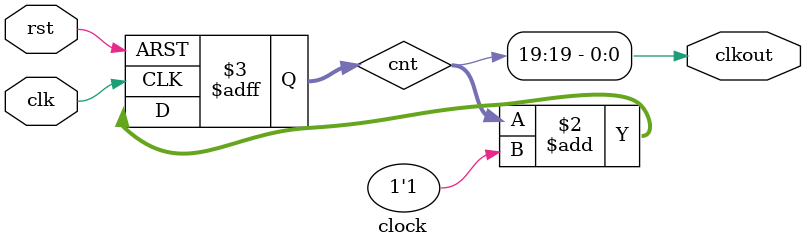
<source format=v>
`timescale 1ns / 1ps
module clock (
input clk, rst, output clkout
);
reg [19:0] cnt;

always @ (posedge clk or posedge rst)
  if (rst)
    cnt <= 0;
  else
    cnt <= cnt + 1'b1;
assign clkout = cnt[19];
endmodule
</source>
